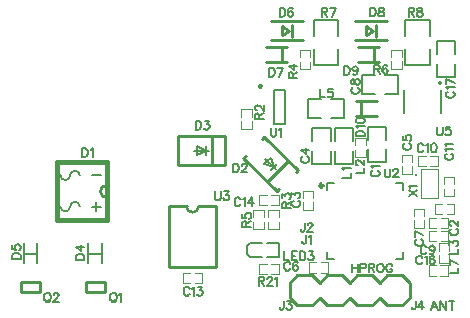
<source format=gto>
G04 Layer: TopSilkLayer*
G04 EasyEDA v6.3.22, 2020-02-03T21:01:26+03:00*
G04 c6d23c78c2874b16bdfd2071edabb350,ca54920fb7ea4c169f3d1b618bee327e,10*
G04 Gerber Generator version 0.2*
G04 Scale: 100 percent, Rotated: No, Reflected: No *
G04 Dimensions in inches *
G04 leading zeros omitted , absolute positions ,2 integer and 4 decimal *
%FSLAX24Y24*%
%MOIN*%
G90*
G70D02*

%ADD10C,0.010000*%
%ADD12C,0.006000*%
%ADD43C,0.003937*%
%ADD44C,0.004000*%
%ADD45C,0.005000*%
%ADD46C,0.005900*%
%ADD47C,0.007874*%
%ADD48C,0.007900*%
%ADD49C,0.005080*%
%ADD50C,0.015240*%
%ADD51C,0.007870*%
%ADD52C,0.011811*%
%ADD53C,0.009800*%

%LPD*%
G54D43*
G01X13705Y3827D02*
G01X13705Y4772D01*
G54D44*
G01X14296Y4772D02*
G01X14296Y3827D01*
G01X14296Y3827D02*
G01X13705Y3827D01*
G01X13705Y4772D02*
G01X14296Y4772D01*
G01X14819Y4273D02*
G01X14819Y4523D01*
G01X14480Y4523D01*
G01X14480Y4313D01*
G01X14480Y4273D01*
G01X14480Y4123D02*
G01X14480Y3882D01*
G01X14819Y3882D01*
G01X14819Y4092D01*
G01X14819Y4123D01*
G01X13480Y3076D02*
G01X13480Y2826D01*
G01X13819Y2826D01*
G01X13819Y3036D01*
G01X13819Y3076D01*
G01X13819Y3226D02*
G01X13819Y3467D01*
G01X13480Y3467D01*
G01X13480Y3257D01*
G01X13480Y3226D01*
G01X14427Y3619D02*
G01X14177Y3619D01*
G01X14177Y3280D01*
G01X14386Y3280D01*
G01X14427Y3280D01*
G01X14577Y3280D02*
G01X14817Y3280D01*
G01X14817Y3619D01*
G01X14606Y3619D01*
G01X14577Y3619D01*
G01X11869Y5573D02*
G01X11869Y5823D01*
G01X11530Y5823D01*
G01X11530Y5613D01*
G01X11530Y5573D01*
G01X11530Y5423D02*
G01X11530Y5182D01*
G01X11869Y5182D01*
G01X11869Y5392D01*
G01X11869Y5423D01*
G01X14022Y4880D02*
G01X14272Y4880D01*
G01X14272Y5219D01*
G01X14063Y5219D01*
G01X14022Y5219D01*
G01X13872Y5219D02*
G01X13632Y5219D01*
G01X13632Y4880D01*
G01X13843Y4880D01*
G01X13872Y4880D01*
G01X13080Y4876D02*
G01X13080Y4626D01*
G01X13419Y4626D01*
G01X13419Y4836D01*
G01X13419Y4876D01*
G01X13419Y5026D02*
G01X13419Y5267D01*
G01X13080Y5267D01*
G01X13080Y5057D01*
G01X13080Y5026D01*
G01X10372Y1330D02*
G01X10622Y1330D01*
G01X10622Y1669D01*
G01X10413Y1669D01*
G01X10372Y1669D01*
G01X10222Y1669D02*
G01X9982Y1669D01*
G01X9982Y1330D01*
G01X10193Y1330D01*
G01X10222Y1330D01*
G01X9780Y3676D02*
G01X9780Y3426D01*
G01X10119Y3426D01*
G01X10119Y3636D01*
G01X10119Y3676D01*
G01X10119Y3826D02*
G01X10119Y4067D01*
G01X9780Y4067D01*
G01X9780Y3857D01*
G01X9780Y3826D01*
G01X14369Y2809D02*
G01X14619Y2809D01*
G01X14619Y3150D01*
G01X14410Y3150D01*
G01X14369Y3150D01*
G01X14219Y3150D02*
G01X13980Y3150D01*
G01X13980Y2809D01*
G01X14189Y2809D01*
G01X14219Y2809D01*
G54D10*
G01X10349Y1000D02*
G01X10599Y1250D01*
G01X11099Y1250D01*
G01X11349Y1000D01*
G01X11349Y500D02*
G01X11599Y250D01*
G01X12099Y250D01*
G01X12349Y500D01*
G01X11349Y1000D02*
G01X11599Y1250D01*
G01X12099Y1250D01*
G01X12349Y1000D01*
G01X9350Y500D02*
G01X9350Y1000D01*
G01X12349Y500D02*
G01X12599Y250D01*
G01X13099Y250D01*
G01X13349Y500D01*
G01X12349Y1000D02*
G01X12599Y1250D01*
G01X13099Y1250D01*
G01X13349Y1000D01*
G01X13349Y500D02*
G01X13349Y1000D01*
G01X9349Y500D02*
G01X9599Y250D01*
G01X10099Y250D01*
G01X10349Y500D01*
G01X9349Y1000D02*
G01X9599Y1250D01*
G01X10099Y1250D01*
G01X10349Y1000D01*
G01X10349Y500D02*
G01X10599Y250D01*
G01X11099Y250D01*
G01X11349Y500D01*
G01X5310Y1530D02*
G01X5310Y3537D01*
G01X5311Y1527D02*
G01X6886Y1527D01*
G01X6889Y1527D02*
G01X6889Y3535D01*
G01X5309Y3540D02*
G01X5900Y3540D01*
G01X6299Y3540D02*
G01X6889Y3540D01*
G54D45*
G01X8525Y5124D02*
G01X8878Y4771D01*
G01X8596Y5053D02*
G01X8489Y4947D01*
G01X8489Y4947D02*
G01X8808Y4841D01*
G01X8808Y4841D02*
G01X8702Y4735D01*
G01X8596Y5053D02*
G01X8702Y5160D01*
G01X8702Y5160D02*
G01X8808Y4841D01*
G01X8808Y4841D02*
G01X8914Y4947D01*
G54D10*
G01X7797Y5156D02*
G01X7867Y5225D01*
G01X8424Y5782D02*
G01X8493Y5852D01*
G01X8910Y4043D02*
G01X7797Y5156D01*
G01X8910Y4043D02*
G01X8980Y4113D01*
G01X9536Y4669D02*
G01X9606Y4739D01*
G01X8493Y5852D02*
G01X9606Y4739D01*
G01X9286Y5056D02*
G01X8593Y4363D01*
G54D44*
G01X6172Y980D02*
G01X6422Y980D01*
G01X6422Y1319D01*
G01X6213Y1319D01*
G01X6172Y1319D01*
G01X6022Y1319D02*
G01X5782Y1319D01*
G01X5782Y980D01*
G01X5993Y980D01*
G01X6022Y980D01*
G54D45*
G01X6152Y5400D02*
G01X6652Y5400D01*
G01X6252Y5400D02*
G01X6252Y5250D01*
G01X6252Y5250D02*
G01X6552Y5400D01*
G01X6552Y5400D02*
G01X6552Y5250D01*
G01X6252Y5400D02*
G01X6252Y5550D01*
G01X6252Y5550D02*
G01X6552Y5400D01*
G01X6552Y5400D02*
G01X6552Y5550D01*
G54D10*
G01X7189Y5892D02*
G01X7189Y4907D01*
G01X7189Y4907D02*
G01X5615Y4907D01*
G01X5615Y4907D02*
G01X5615Y5892D01*
G01X5615Y5892D02*
G01X7189Y5892D01*
G01X6739Y5890D02*
G01X6739Y4909D01*
G54D44*
G01X8722Y3580D02*
G01X8972Y3580D01*
G01X8972Y3919D01*
G01X8763Y3919D01*
G01X8722Y3919D01*
G01X8572Y3919D02*
G01X8332Y3919D01*
G01X8332Y3580D01*
G01X8543Y3580D01*
G01X8572Y3580D01*
G54D46*
G01X8575Y1859D02*
G01X8994Y1859D01*
G01X8994Y2329D01*
G01X8575Y2329D01*
G54D12*
G01X8014Y1859D02*
G01X8000Y1864D01*
G01X7905Y1959D01*
G01X7905Y2229D01*
G01X8005Y2329D01*
G01X8014Y1859D02*
G01X8414Y1859D01*
G01X8005Y2329D02*
G01X8414Y2329D01*
G54D44*
G01X8577Y1619D02*
G01X8327Y1619D01*
G01X8327Y1280D01*
G01X8536Y1280D01*
G01X8577Y1280D01*
G01X8727Y1280D02*
G01X8967Y1280D01*
G01X8967Y1619D01*
G01X8756Y1619D01*
G01X8727Y1619D01*
G01X8069Y6523D02*
G01X8069Y6773D01*
G01X7730Y6773D01*
G01X7730Y6563D01*
G01X7730Y6523D01*
G01X7730Y6373D02*
G01X7730Y6132D01*
G01X8069Y6132D01*
G01X8069Y6342D01*
G01X8069Y6373D01*
G01X8469Y3173D02*
G01X8469Y3423D01*
G01X8130Y3423D01*
G01X8130Y3213D01*
G01X8130Y3173D01*
G01X8130Y3023D02*
G01X8130Y2782D01*
G01X8469Y2782D01*
G01X8469Y2992D01*
G01X8469Y3023D01*
G54D47*
G01X12873Y1790D02*
G01X13110Y1790D01*
G01X13110Y2026D01*
G01X10826Y1790D02*
G01X10590Y1790D01*
G01X10590Y2026D01*
G01X10590Y4073D02*
G01X10590Y4309D01*
G01X10826Y4309D01*
G01X12873Y4309D02*
G01X13110Y4309D01*
G01X13110Y4073D01*
G01X10714Y5392D02*
G01X10714Y4959D01*
G01X10085Y4959D01*
G01X10085Y5392D01*
G01X10714Y5707D02*
G01X10714Y6140D01*
G01X10321Y6140D01*
G01X10085Y6140D01*
G01X10085Y5707D01*
G01X11935Y5757D02*
G01X11935Y6190D01*
G01X12564Y6190D01*
G01X12564Y5757D01*
G01X11935Y5442D02*
G01X11935Y5009D01*
G01X12328Y5009D01*
G01X12564Y5009D01*
G01X12564Y5442D01*
G01X10835Y5707D02*
G01X10835Y6140D01*
G01X11464Y6140D01*
G01X11464Y5707D01*
G01X10835Y5392D02*
G01X10835Y4959D01*
G01X11228Y4959D01*
G01X11464Y4959D01*
G01X11464Y5392D01*
G54D44*
G01X14300Y1917D02*
G01X14300Y1667D01*
G01X14639Y1667D01*
G01X14639Y1876D01*
G01X14639Y1917D01*
G01X14639Y2067D02*
G01X14639Y2307D01*
G01X14300Y2307D01*
G01X14300Y2096D01*
G01X14300Y2067D01*
G01X14227Y2719D02*
G01X13977Y2719D01*
G01X13977Y2380D01*
G01X14186Y2380D01*
G01X14227Y2380D01*
G01X14377Y2380D02*
G01X14617Y2380D01*
G01X14617Y2719D01*
G01X14406Y2719D01*
G01X14377Y2719D01*
G01X14363Y1230D02*
G01X14613Y1230D01*
G01X14613Y1569D01*
G01X14402Y1569D01*
G01X14363Y1569D01*
G01X14213Y1569D02*
G01X13972Y1569D01*
G01X13972Y1230D01*
G01X14182Y1230D01*
G01X14213Y1230D01*
G54D48*
G01X8832Y6278D02*
G01X9167Y6278D01*
G01X9167Y7421D01*
G01X8832Y7421D01*
G01X8832Y6278D01*
G54D49*
G01X3059Y4569D02*
G01X2739Y4569D01*
G01X3059Y3530D02*
G01X2739Y3530D01*
G01X2898Y3690D02*
G01X2898Y3369D01*
G54D50*
G01X1578Y5030D02*
G01X1578Y3069D01*
G01X1578Y3069D02*
G01X3259Y3069D01*
G01X3259Y3069D02*
G01X3259Y5030D01*
G01X3259Y5030D02*
G01X1578Y5030D01*
G54D48*
G01X2632Y1940D02*
G01X3067Y1940D01*
G01X2632Y1665D02*
G01X2632Y2334D01*
G01X3067Y1665D02*
G01X3067Y2334D01*
G01X482Y1940D02*
G01X917Y1940D01*
G01X482Y1665D02*
G01X482Y2334D01*
G01X917Y1665D02*
G01X917Y2334D01*
G54D10*
G01X2538Y1011D02*
G01X3168Y1011D01*
G01X3168Y1011D02*
G01X3168Y696D01*
G01X3165Y692D02*
G01X2535Y692D01*
G01X2535Y692D02*
G01X2535Y1007D01*
G01X388Y1011D02*
G01X1018Y1011D01*
G01X1018Y1011D02*
G01X1018Y696D01*
G01X1015Y692D02*
G01X385Y692D01*
G01X385Y692D02*
G01X385Y1007D01*
G54D44*
G01X9680Y8357D02*
G01X9680Y8107D01*
G01X10019Y8107D01*
G01X10019Y8317D01*
G01X10019Y8357D01*
G01X10019Y8507D02*
G01X10019Y8746D01*
G01X9680Y8746D01*
G01X9680Y8536D01*
G01X9680Y8507D01*
G01X12730Y8376D02*
G01X12730Y8126D01*
G01X13069Y8126D01*
G01X13069Y8336D01*
G01X13069Y8376D01*
G01X13069Y8526D02*
G01X13069Y8767D01*
G01X12730Y8767D01*
G01X12730Y8557D01*
G01X12730Y8526D01*
G54D47*
G01X14864Y8292D02*
G01X14864Y7859D01*
G01X14235Y7859D01*
G01X14235Y8292D01*
G01X14864Y8607D02*
G01X14864Y9040D01*
G01X14471Y9040D01*
G01X14235Y9040D01*
G01X14235Y8607D01*
G54D51*
G01X14007Y9218D02*
G01X14007Y9738D01*
G01X13192Y9738D01*
G01X13192Y9218D01*
G01X14007Y8772D02*
G01X14007Y8253D01*
G01X13192Y8253D01*
G01X13192Y8772D01*
G54D10*
G01X9319Y9400D02*
G01X9089Y9240D01*
G01X9089Y9240D02*
G01X9089Y9559D01*
G01X9089Y9559D02*
G01X9319Y9400D01*
G01X9780Y9090D02*
G01X8719Y9090D01*
G01X8719Y9709D02*
G01X9780Y9709D01*
G01X9410Y9200D02*
G01X9410Y9600D01*
G01X12119Y9400D02*
G01X11889Y9240D01*
G01X11889Y9240D02*
G01X11889Y9559D01*
G01X11889Y9559D02*
G01X12119Y9400D01*
G01X12580Y9090D02*
G01X11519Y9090D01*
G01X11519Y9709D02*
G01X12580Y9709D01*
G01X12210Y9200D02*
G01X12210Y9600D01*
G01X8550Y8860D02*
G01X8700Y8860D01*
G01X8700Y8860D02*
G01X9250Y8860D01*
G01X8550Y8340D02*
G01X8700Y8340D01*
G01X8700Y8340D02*
G01X9250Y8340D01*
G01X9096Y8836D02*
G01X9096Y8355D01*
G01X11600Y8860D02*
G01X11750Y8860D01*
G01X11750Y8860D02*
G01X12300Y8860D01*
G01X11600Y8340D02*
G01X11750Y8340D01*
G01X11750Y8340D02*
G01X12300Y8340D01*
G01X12146Y8836D02*
G01X12146Y8355D01*
G54D44*
G01X8630Y3026D02*
G01X8630Y2776D01*
G01X8969Y2776D01*
G01X8969Y2986D01*
G01X8969Y3026D01*
G01X8969Y3176D02*
G01X8969Y3417D01*
G01X8630Y3417D01*
G01X8630Y3207D01*
G01X8630Y3176D01*
G54D47*
G01X12192Y7284D02*
G01X11759Y7284D01*
G01X11759Y7915D01*
G01X12192Y7915D01*
G01X12507Y7284D02*
G01X12940Y7284D01*
G01X12940Y7678D01*
G01X12940Y7915D01*
G01X12507Y7915D01*
G54D51*
G01X10957Y9218D02*
G01X10957Y9738D01*
G01X10142Y9738D01*
G01X10142Y9218D01*
G01X10957Y8772D02*
G01X10957Y8253D01*
G01X10142Y8253D01*
G01X10142Y8772D01*
G54D47*
G01X10392Y6484D02*
G01X9959Y6484D01*
G01X9959Y7115D01*
G01X10392Y7115D01*
G01X10707Y6484D02*
G01X11140Y6484D01*
G01X11140Y6878D01*
G01X11140Y7115D01*
G01X10707Y7115D01*
G54D10*
G01X12250Y6539D02*
G01X12100Y6539D01*
G01X12100Y6539D02*
G01X11550Y6539D01*
G01X12250Y7059D02*
G01X12100Y7059D01*
G01X12100Y7059D02*
G01X11550Y7059D01*
G01X11703Y6563D02*
G01X11703Y7044D01*
G54D47*
G01X14393Y6651D02*
G01X14393Y7041D01*
G01X13134Y6651D02*
G01X13134Y7041D01*
G01X13134Y7041D02*
G01X13134Y7431D01*
G01X14393Y7041D02*
G01X14393Y7431D01*
G54D12*
G01X13310Y3877D02*
G01X13597Y4068D01*
G01X13310Y4068D02*
G01X13597Y3877D01*
G01X13365Y4158D02*
G01X13351Y4185D01*
G01X13310Y4226D01*
G01X13597Y4226D01*
G01X14580Y5298D02*
G01X14552Y5284D01*
G01X14525Y5257D01*
G01X14510Y5230D01*
G01X14510Y5176D01*
G01X14525Y5148D01*
G01X14552Y5121D01*
G01X14580Y5107D01*
G01X14619Y5094D01*
G01X14689Y5094D01*
G01X14730Y5107D01*
G01X14756Y5121D01*
G01X14784Y5148D01*
G01X14797Y5176D01*
G01X14797Y5230D01*
G01X14784Y5257D01*
G01X14756Y5284D01*
G01X14730Y5298D01*
G01X14565Y5388D02*
G01X14552Y5415D01*
G01X14510Y5457D01*
G01X14797Y5457D01*
G01X14565Y5546D02*
G01X14552Y5573D01*
G01X14510Y5615D01*
G01X14797Y5615D01*
G01X13580Y2436D02*
G01X13552Y2423D01*
G01X13525Y2396D01*
G01X13510Y2367D01*
G01X13510Y2313D01*
G01X13525Y2286D01*
G01X13552Y2259D01*
G01X13580Y2246D01*
G01X13619Y2232D01*
G01X13689Y2232D01*
G01X13730Y2246D01*
G01X13756Y2259D01*
G01X13784Y2286D01*
G01X13797Y2313D01*
G01X13797Y2367D01*
G01X13784Y2396D01*
G01X13756Y2423D01*
G01X13730Y2436D01*
G01X13510Y2717D02*
G01X13797Y2580D01*
G01X13510Y2526D02*
G01X13510Y2717D01*
G01X14730Y2786D02*
G01X14702Y2773D01*
G01X14675Y2746D01*
G01X14660Y2717D01*
G01X14660Y2663D01*
G01X14675Y2636D01*
G01X14702Y2609D01*
G01X14730Y2596D01*
G01X14769Y2582D01*
G01X14839Y2582D01*
G01X14880Y2596D01*
G01X14906Y2609D01*
G01X14934Y2636D01*
G01X14947Y2663D01*
G01X14947Y2717D01*
G01X14934Y2746D01*
G01X14906Y2773D01*
G01X14880Y2786D01*
G01X14730Y2890D02*
G01X14715Y2890D01*
G01X14689Y2903D01*
G01X14675Y2917D01*
G01X14660Y2944D01*
G01X14660Y2998D01*
G01X14675Y3026D01*
G01X14689Y3040D01*
G01X14715Y3053D01*
G01X14743Y3053D01*
G01X14769Y3040D01*
G01X14810Y3013D01*
G01X14947Y2876D01*
G01X14947Y3067D01*
G01X11535Y4649D02*
G01X11822Y4649D01*
G01X11822Y4649D02*
G01X11822Y4813D01*
G01X11605Y4916D02*
G01X11590Y4916D01*
G01X11564Y4930D01*
G01X11550Y4944D01*
G01X11535Y4971D01*
G01X11535Y5025D01*
G01X11550Y5053D01*
G01X11564Y5066D01*
G01X11590Y5080D01*
G01X11618Y5080D01*
G01X11644Y5066D01*
G01X11685Y5039D01*
G01X11822Y4903D01*
G01X11822Y5094D01*
G01X13805Y5569D02*
G01X13790Y5598D01*
G01X13764Y5625D01*
G01X13735Y5638D01*
G01X13681Y5638D01*
G01X13655Y5625D01*
G01X13627Y5598D01*
G01X13614Y5569D01*
G01X13600Y5530D01*
G01X13600Y5461D01*
G01X13614Y5419D01*
G01X13627Y5392D01*
G01X13655Y5365D01*
G01X13681Y5351D01*
G01X13735Y5351D01*
G01X13764Y5365D01*
G01X13790Y5392D01*
G01X13805Y5419D01*
G01X13894Y5584D02*
G01X13922Y5598D01*
G01X13963Y5638D01*
G01X13963Y5351D01*
G01X14135Y5638D02*
G01X14093Y5625D01*
G01X14065Y5584D01*
G01X14052Y5515D01*
G01X14052Y5475D01*
G01X14065Y5407D01*
G01X14093Y5365D01*
G01X14135Y5351D01*
G01X14161Y5351D01*
G01X14202Y5365D01*
G01X14230Y5407D01*
G01X14243Y5475D01*
G01X14243Y5515D01*
G01X14230Y5584D01*
G01X14202Y5625D01*
G01X14161Y5638D01*
G01X14135Y5638D01*
G01X13180Y5636D02*
G01X13152Y5623D01*
G01X13125Y5596D01*
G01X13110Y5567D01*
G01X13110Y5513D01*
G01X13125Y5486D01*
G01X13152Y5459D01*
G01X13180Y5446D01*
G01X13219Y5432D01*
G01X13289Y5432D01*
G01X13330Y5446D01*
G01X13356Y5459D01*
G01X13384Y5486D01*
G01X13397Y5513D01*
G01X13397Y5567D01*
G01X13384Y5596D01*
G01X13356Y5623D01*
G01X13330Y5636D01*
G01X13110Y5890D02*
G01X13110Y5753D01*
G01X13234Y5740D01*
G01X13219Y5753D01*
G01X13206Y5794D01*
G01X13206Y5836D01*
G01X13219Y5876D01*
G01X13247Y5903D01*
G01X13289Y5917D01*
G01X13315Y5917D01*
G01X13356Y5903D01*
G01X13384Y5876D01*
G01X13397Y5836D01*
G01X13397Y5794D01*
G01X13384Y5753D01*
G01X13369Y5740D01*
G01X13343Y5726D01*
G01X9355Y1619D02*
G01X9340Y1648D01*
G01X9314Y1675D01*
G01X9285Y1688D01*
G01X9231Y1688D01*
G01X9205Y1675D01*
G01X9177Y1648D01*
G01X9164Y1619D01*
G01X9150Y1580D01*
G01X9150Y1511D01*
G01X9164Y1469D01*
G01X9177Y1442D01*
G01X9205Y1415D01*
G01X9231Y1401D01*
G01X9285Y1401D01*
G01X9314Y1415D01*
G01X9340Y1442D01*
G01X9355Y1469D01*
G01X9607Y1648D02*
G01X9594Y1675D01*
G01X9553Y1688D01*
G01X9526Y1688D01*
G01X9485Y1675D01*
G01X9457Y1634D01*
G01X9444Y1565D01*
G01X9444Y1498D01*
G01X9457Y1442D01*
G01X9485Y1415D01*
G01X9526Y1401D01*
G01X9539Y1401D01*
G01X9581Y1415D01*
G01X9607Y1442D01*
G01X9622Y1484D01*
G01X9622Y1498D01*
G01X9607Y1538D01*
G01X9581Y1565D01*
G01X9539Y1580D01*
G01X9526Y1580D01*
G01X9485Y1565D01*
G01X9457Y1538D01*
G01X9444Y1498D01*
G01X9468Y3719D02*
G01X9440Y3705D01*
G01X9413Y3678D01*
G01X9399Y3650D01*
G01X9399Y3596D01*
G01X9413Y3569D01*
G01X9440Y3541D01*
G01X9468Y3528D01*
G01X9508Y3514D01*
G01X9577Y3514D01*
G01X9618Y3528D01*
G01X9645Y3541D01*
G01X9672Y3569D01*
G01X9686Y3596D01*
G01X9686Y3650D01*
G01X9672Y3678D01*
G01X9645Y3705D01*
G01X9618Y3719D01*
G01X9399Y3836D02*
G01X9399Y3986D01*
G01X9508Y3904D01*
G01X9508Y3945D01*
G01X9522Y3972D01*
G01X9536Y3986D01*
G01X9577Y3999D01*
G01X9604Y3999D01*
G01X9645Y3986D01*
G01X9672Y3959D01*
G01X9686Y3918D01*
G01X9686Y3877D01*
G01X9672Y3836D01*
G01X9658Y3822D01*
G01X9631Y3809D01*
G01X14660Y1955D02*
G01X14947Y1955D01*
G01X14947Y1955D02*
G01X14947Y2119D01*
G01X14660Y2236D02*
G01X14660Y2386D01*
G01X14769Y2305D01*
G01X14769Y2346D01*
G01X14784Y2373D01*
G01X14797Y2386D01*
G01X14839Y2401D01*
G01X14865Y2401D01*
G01X14906Y2386D01*
G01X14934Y2359D01*
G01X14947Y2319D01*
G01X14947Y2278D01*
G01X14934Y2236D01*
G01X14919Y2223D01*
G01X14893Y2209D01*
G01X11410Y1630D02*
G01X11410Y1342D01*
G01X11601Y1630D02*
G01X11601Y1342D01*
G01X11410Y1492D02*
G01X11601Y1492D01*
G01X11690Y1630D02*
G01X11690Y1342D01*
G01X11690Y1630D02*
G01X11814Y1630D01*
G01X11855Y1615D01*
G01X11868Y1601D01*
G01X11881Y1575D01*
G01X11881Y1534D01*
G01X11868Y1507D01*
G01X11855Y1492D01*
G01X11814Y1480D01*
G01X11690Y1480D01*
G01X11972Y1630D02*
G01X11972Y1342D01*
G01X11972Y1630D02*
G01X12094Y1630D01*
G01X12135Y1615D01*
G01X12148Y1601D01*
G01X12163Y1575D01*
G01X12163Y1548D01*
G01X12148Y1521D01*
G01X12135Y1507D01*
G01X12094Y1492D01*
G01X11972Y1492D01*
G01X12067Y1492D02*
G01X12163Y1342D01*
G01X12335Y1630D02*
G01X12306Y1615D01*
G01X12280Y1588D01*
G01X12265Y1561D01*
G01X12252Y1521D01*
G01X12252Y1451D01*
G01X12265Y1411D01*
G01X12280Y1384D01*
G01X12306Y1357D01*
G01X12335Y1342D01*
G01X12389Y1342D01*
G01X12415Y1357D01*
G01X12443Y1384D01*
G01X12456Y1411D01*
G01X12471Y1451D01*
G01X12471Y1521D01*
G01X12456Y1561D01*
G01X12443Y1588D01*
G01X12415Y1615D01*
G01X12389Y1630D01*
G01X12335Y1630D01*
G01X12764Y1561D02*
G01X12752Y1588D01*
G01X12725Y1615D01*
G01X12697Y1630D01*
G01X12643Y1630D01*
G01X12614Y1615D01*
G01X12588Y1588D01*
G01X12575Y1561D01*
G01X12560Y1521D01*
G01X12560Y1451D01*
G01X12575Y1411D01*
G01X12588Y1384D01*
G01X12614Y1357D01*
G01X12643Y1342D01*
G01X12697Y1342D01*
G01X12725Y1357D01*
G01X12752Y1384D01*
G01X12764Y1411D01*
G01X12764Y1451D01*
G01X12697Y1451D02*
G01X12764Y1451D01*
G01X6850Y4038D02*
G01X6850Y3834D01*
G01X6864Y3792D01*
G01X6890Y3765D01*
G01X6931Y3751D01*
G01X6959Y3751D01*
G01X7000Y3765D01*
G01X7027Y3792D01*
G01X7040Y3834D01*
G01X7040Y4038D01*
G01X7157Y4038D02*
G01X7307Y4038D01*
G01X7227Y3930D01*
G01X7268Y3930D01*
G01X7294Y3915D01*
G01X7307Y3901D01*
G01X7322Y3861D01*
G01X7322Y3834D01*
G01X7307Y3792D01*
G01X7281Y3765D01*
G01X7239Y3751D01*
G01X7198Y3751D01*
G01X7157Y3765D01*
G01X7144Y3780D01*
G01X7131Y3807D01*
G01X7450Y4963D02*
G01X7450Y4676D01*
G01X7450Y4963D02*
G01X7545Y4963D01*
G01X7586Y4950D01*
G01X7613Y4923D01*
G01X7627Y4894D01*
G01X7641Y4855D01*
G01X7641Y4786D01*
G01X7627Y4744D01*
G01X7613Y4717D01*
G01X7586Y4690D01*
G01X7545Y4676D01*
G01X7450Y4676D01*
G01X7744Y4894D02*
G01X7744Y4909D01*
G01X7758Y4936D01*
G01X7772Y4950D01*
G01X7799Y4963D01*
G01X7853Y4963D01*
G01X7881Y4950D01*
G01X7894Y4936D01*
G01X7908Y4909D01*
G01X7908Y4882D01*
G01X7894Y4855D01*
G01X7867Y4813D01*
G01X7731Y4676D01*
G01X7922Y4676D01*
G01X6005Y780D02*
G01X5990Y809D01*
G01X5964Y836D01*
G01X5935Y850D01*
G01X5881Y850D01*
G01X5855Y836D01*
G01X5827Y809D01*
G01X5814Y780D01*
G01X5800Y740D01*
G01X5800Y671D01*
G01X5814Y630D01*
G01X5827Y603D01*
G01X5855Y576D01*
G01X5881Y563D01*
G01X5935Y563D01*
G01X5964Y576D01*
G01X5990Y603D01*
G01X6005Y630D01*
G01X6094Y794D02*
G01X6122Y809D01*
G01X6163Y850D01*
G01X6163Y563D01*
G01X6280Y850D02*
G01X6430Y850D01*
G01X6347Y740D01*
G01X6389Y740D01*
G01X6415Y726D01*
G01X6430Y713D01*
G01X6443Y671D01*
G01X6443Y644D01*
G01X6430Y603D01*
G01X6402Y576D01*
G01X6361Y563D01*
G01X6321Y563D01*
G01X6280Y576D01*
G01X6265Y590D01*
G01X6252Y617D01*
G01X6200Y6388D02*
G01X6200Y6101D01*
G01X6200Y6388D02*
G01X6294Y6388D01*
G01X6335Y6375D01*
G01X6364Y6348D01*
G01X6377Y6319D01*
G01X6390Y6280D01*
G01X6390Y6211D01*
G01X6377Y6169D01*
G01X6364Y6142D01*
G01X6335Y6115D01*
G01X6294Y6101D01*
G01X6200Y6101D01*
G01X6507Y6388D02*
G01X6657Y6388D01*
G01X6576Y6280D01*
G01X6617Y6280D01*
G01X6644Y6265D01*
G01X6657Y6251D01*
G01X6672Y6211D01*
G01X6672Y6184D01*
G01X6657Y6142D01*
G01X6631Y6115D01*
G01X6589Y6101D01*
G01X6548Y6101D01*
G01X6507Y6115D01*
G01X6494Y6130D01*
G01X6481Y6157D01*
G01X7705Y3769D02*
G01X7690Y3798D01*
G01X7664Y3825D01*
G01X7635Y3838D01*
G01X7581Y3838D01*
G01X7555Y3825D01*
G01X7527Y3798D01*
G01X7514Y3769D01*
G01X7500Y3730D01*
G01X7500Y3661D01*
G01X7514Y3619D01*
G01X7527Y3592D01*
G01X7555Y3565D01*
G01X7581Y3551D01*
G01X7635Y3551D01*
G01X7664Y3565D01*
G01X7690Y3592D01*
G01X7705Y3619D01*
G01X7794Y3784D02*
G01X7822Y3798D01*
G01X7863Y3838D01*
G01X7863Y3551D01*
G01X8089Y3838D02*
G01X7952Y3648D01*
G01X8156Y3648D01*
G01X8089Y3838D02*
G01X8089Y3551D01*
G01X9150Y2038D02*
G01X9150Y1751D01*
G01X9150Y1751D02*
G01X9314Y1751D01*
G01X9403Y2038D02*
G01X9403Y1751D01*
G01X9403Y2038D02*
G01X9581Y2038D01*
G01X9403Y1901D02*
G01X9513Y1901D01*
G01X9403Y1751D02*
G01X9581Y1751D01*
G01X9671Y2038D02*
G01X9671Y1751D01*
G01X9671Y2038D02*
G01X9765Y2038D01*
G01X9806Y2025D01*
G01X9835Y1998D01*
G01X9847Y1969D01*
G01X9861Y1930D01*
G01X9861Y1861D01*
G01X9847Y1819D01*
G01X9835Y1792D01*
G01X9806Y1765D01*
G01X9765Y1751D01*
G01X9671Y1751D01*
G01X9978Y2038D02*
G01X10128Y2038D01*
G01X10047Y1930D01*
G01X10088Y1930D01*
G01X10114Y1915D01*
G01X10128Y1901D01*
G01X10143Y1861D01*
G01X10143Y1834D01*
G01X10128Y1792D01*
G01X10102Y1765D01*
G01X10060Y1751D01*
G01X10019Y1751D01*
G01X9978Y1765D01*
G01X9964Y1780D01*
G01X9952Y1807D01*
G01X8300Y1188D02*
G01X8300Y901D01*
G01X8300Y1188D02*
G01X8422Y1188D01*
G01X8464Y1175D01*
G01X8477Y1161D01*
G01X8490Y1134D01*
G01X8490Y1107D01*
G01X8477Y1080D01*
G01X8464Y1065D01*
G01X8422Y1051D01*
G01X8300Y1051D01*
G01X8394Y1051D02*
G01X8490Y901D01*
G01X8594Y1119D02*
G01X8594Y1134D01*
G01X8607Y1161D01*
G01X8622Y1175D01*
G01X8648Y1188D01*
G01X8703Y1188D01*
G01X8731Y1175D01*
G01X8744Y1161D01*
G01X8757Y1134D01*
G01X8757Y1107D01*
G01X8744Y1080D01*
G01X8717Y1038D01*
G01X8581Y901D01*
G01X8772Y901D01*
G01X8861Y1134D02*
G01X8889Y1148D01*
G01X8930Y1188D01*
G01X8930Y901D01*
G01X8189Y6453D02*
G01X8477Y6453D01*
G01X8189Y6453D02*
G01X8189Y6576D01*
G01X8203Y6617D01*
G01X8218Y6630D01*
G01X8244Y6644D01*
G01X8272Y6644D01*
G01X8298Y6630D01*
G01X8313Y6617D01*
G01X8327Y6576D01*
G01X8327Y6453D01*
G01X8327Y6548D02*
G01X8477Y6644D01*
G01X8259Y6748D02*
G01X8244Y6748D01*
G01X8218Y6761D01*
G01X8203Y6775D01*
G01X8189Y6801D01*
G01X8189Y6857D01*
G01X8203Y6884D01*
G01X8218Y6898D01*
G01X8244Y6911D01*
G01X8272Y6911D01*
G01X8298Y6898D01*
G01X8339Y6869D01*
G01X8477Y6734D01*
G01X8477Y6925D01*
G01X7760Y2846D02*
G01X8047Y2846D01*
G01X7760Y2846D02*
G01X7760Y2969D01*
G01X7775Y3011D01*
G01X7789Y3023D01*
G01X7815Y3038D01*
G01X7843Y3038D01*
G01X7869Y3023D01*
G01X7884Y3011D01*
G01X7897Y2969D01*
G01X7897Y2846D01*
G01X7897Y2942D02*
G01X8047Y3038D01*
G01X7760Y3292D02*
G01X7760Y3155D01*
G01X7884Y3142D01*
G01X7869Y3155D01*
G01X7856Y3196D01*
G01X7856Y3236D01*
G01X7869Y3278D01*
G01X7897Y3305D01*
G01X7939Y3319D01*
G01X7965Y3319D01*
G01X8006Y3305D01*
G01X8034Y3278D01*
G01X8047Y3236D01*
G01X8047Y3196D01*
G01X8034Y3155D01*
G01X8019Y3142D01*
G01X7993Y3128D01*
G01X12500Y4800D02*
G01X12500Y4596D01*
G01X12514Y4555D01*
G01X12540Y4527D01*
G01X12581Y4514D01*
G01X12609Y4514D01*
G01X12650Y4527D01*
G01X12677Y4555D01*
G01X12690Y4596D01*
G01X12690Y4800D01*
G01X12794Y4732D02*
G01X12794Y4746D01*
G01X12807Y4773D01*
G01X12822Y4786D01*
G01X12848Y4800D01*
G01X12903Y4800D01*
G01X12931Y4786D01*
G01X12944Y4773D01*
G01X12957Y4746D01*
G01X12957Y4718D01*
G01X12944Y4691D01*
G01X12917Y4650D01*
G01X12781Y4514D01*
G01X12972Y4514D01*
G01X9769Y5206D02*
G01X9741Y5192D01*
G01X9714Y5165D01*
G01X9700Y5137D01*
G01X9700Y5083D01*
G01X9714Y5056D01*
G01X9741Y5028D01*
G01X9769Y5015D01*
G01X9809Y5001D01*
G01X9878Y5001D01*
G01X9919Y5015D01*
G01X9946Y5028D01*
G01X9973Y5056D01*
G01X9987Y5083D01*
G01X9987Y5137D01*
G01X9973Y5165D01*
G01X9946Y5192D01*
G01X9919Y5206D01*
G01X9700Y5432D02*
G01X9891Y5296D01*
G01X9891Y5500D01*
G01X9700Y5432D02*
G01X9987Y5432D01*
G01X12119Y4742D02*
G01X12091Y4728D01*
G01X12064Y4701D01*
G01X12050Y4673D01*
G01X12050Y4619D01*
G01X12064Y4592D01*
G01X12091Y4563D01*
G01X12119Y4551D01*
G01X12159Y4536D01*
G01X12228Y4536D01*
G01X12269Y4551D01*
G01X12296Y4563D01*
G01X12323Y4592D01*
G01X12337Y4619D01*
G01X12337Y4673D01*
G01X12323Y4701D01*
G01X12296Y4728D01*
G01X12269Y4742D01*
G01X12105Y4832D02*
G01X12091Y4859D01*
G01X12050Y4900D01*
G01X12337Y4900D01*
G01X11085Y4500D02*
G01X11372Y4500D01*
G01X11372Y4500D02*
G01X11372Y4663D01*
G01X11140Y4753D02*
G01X11127Y4780D01*
G01X11085Y4821D01*
G01X11372Y4821D01*
G01X14671Y1315D02*
G01X14957Y1315D01*
G01X14957Y1315D02*
G01X14957Y1480D01*
G01X14671Y1761D02*
G01X14957Y1623D01*
G01X14671Y1569D02*
G01X14671Y1761D01*
G01X14159Y388D02*
G01X14050Y101D01*
G01X14159Y388D02*
G01X14268Y101D01*
G01X14090Y198D02*
G01X14227Y198D01*
G01X14357Y388D02*
G01X14357Y101D01*
G01X14357Y388D02*
G01X14548Y101D01*
G01X14548Y388D02*
G01X14548Y101D01*
G01X14735Y388D02*
G01X14735Y101D01*
G01X14639Y388D02*
G01X14830Y388D01*
G01X9885Y2588D02*
G01X9885Y2371D01*
G01X9872Y2330D01*
G01X9859Y2315D01*
G01X9831Y2301D01*
G01X9805Y2301D01*
G01X9777Y2315D01*
G01X9764Y2330D01*
G01X9750Y2371D01*
G01X9750Y2398D01*
G01X9976Y2534D02*
G01X10003Y2548D01*
G01X10044Y2588D01*
G01X10044Y2301D01*
G01X9835Y2988D02*
G01X9835Y2771D01*
G01X9822Y2730D01*
G01X9809Y2715D01*
G01X9781Y2701D01*
G01X9755Y2701D01*
G01X9727Y2715D01*
G01X9714Y2730D01*
G01X9700Y2771D01*
G01X9700Y2798D01*
G01X9939Y2921D02*
G01X9939Y2934D01*
G01X9953Y2961D01*
G01X9967Y2975D01*
G01X9994Y2988D01*
G01X10048Y2988D01*
G01X10076Y2975D01*
G01X10089Y2961D01*
G01X10103Y2934D01*
G01X10103Y2907D01*
G01X10089Y2880D01*
G01X10063Y2838D01*
G01X9926Y2701D01*
G01X10117Y2701D01*
G01X9135Y388D02*
G01X9135Y171D01*
G01X9122Y130D01*
G01X9109Y115D01*
G01X9081Y101D01*
G01X9055Y101D01*
G01X9027Y115D01*
G01X9014Y130D01*
G01X9000Y171D01*
G01X9000Y198D01*
G01X9253Y388D02*
G01X9403Y388D01*
G01X9322Y280D01*
G01X9363Y280D01*
G01X9389Y265D01*
G01X9403Y251D01*
G01X9417Y211D01*
G01X9417Y184D01*
G01X9403Y142D01*
G01X9376Y115D01*
G01X9335Y101D01*
G01X9294Y101D01*
G01X9253Y115D01*
G01X9239Y130D01*
G01X9226Y157D01*
G01X13535Y388D02*
G01X13535Y171D01*
G01X13522Y130D01*
G01X13509Y115D01*
G01X13481Y103D01*
G01X13455Y103D01*
G01X13427Y115D01*
G01X13414Y130D01*
G01X13400Y171D01*
G01X13400Y198D01*
G01X13763Y388D02*
G01X13626Y198D01*
G01X13831Y198D01*
G01X13763Y388D02*
G01X13763Y103D01*
G01X13905Y2169D02*
G01X13890Y2198D01*
G01X13864Y2225D01*
G01X13835Y2238D01*
G01X13781Y2238D01*
G01X13755Y2225D01*
G01X13727Y2198D01*
G01X13714Y2169D01*
G01X13700Y2130D01*
G01X13700Y2061D01*
G01X13714Y2019D01*
G01X13727Y1992D01*
G01X13755Y1965D01*
G01X13781Y1951D01*
G01X13835Y1951D01*
G01X13864Y1965D01*
G01X13890Y1992D01*
G01X13905Y2019D01*
G01X14172Y2142D02*
G01X14157Y2101D01*
G01X14131Y2075D01*
G01X14089Y2061D01*
G01X14076Y2061D01*
G01X14035Y2075D01*
G01X14007Y2101D01*
G01X13994Y2142D01*
G01X13994Y2157D01*
G01X14007Y2198D01*
G01X14035Y2225D01*
G01X14076Y2238D01*
G01X14089Y2238D01*
G01X14131Y2225D01*
G01X14157Y2198D01*
G01X14172Y2142D01*
G01X14172Y2075D01*
G01X14157Y2007D01*
G01X14131Y1965D01*
G01X14089Y1951D01*
G01X14063Y1951D01*
G01X14022Y1965D01*
G01X14007Y1992D01*
G01X13755Y1830D02*
G01X13740Y1859D01*
G01X13714Y1886D01*
G01X13685Y1900D01*
G01X13631Y1900D01*
G01X13605Y1886D01*
G01X13577Y1859D01*
G01X13564Y1830D01*
G01X13550Y1790D01*
G01X13550Y1721D01*
G01X13564Y1680D01*
G01X13577Y1653D01*
G01X13605Y1626D01*
G01X13631Y1613D01*
G01X13685Y1613D01*
G01X13714Y1626D01*
G01X13740Y1653D01*
G01X13755Y1680D01*
G01X13844Y1844D02*
G01X13872Y1859D01*
G01X13913Y1900D01*
G01X13913Y1613D01*
G01X14165Y1859D02*
G01X14152Y1886D01*
G01X14111Y1900D01*
G01X14085Y1900D01*
G01X14043Y1886D01*
G01X14015Y1844D01*
G01X14002Y1776D01*
G01X14002Y1709D01*
G01X14015Y1653D01*
G01X14043Y1626D01*
G01X14085Y1613D01*
G01X14097Y1613D01*
G01X14139Y1626D01*
G01X14165Y1653D01*
G01X14180Y1694D01*
G01X14180Y1709D01*
G01X14165Y1750D01*
G01X14139Y1776D01*
G01X14097Y1790D01*
G01X14085Y1790D01*
G01X14043Y1776D01*
G01X14015Y1750D01*
G01X14002Y1709D01*
G01X8700Y6150D02*
G01X8700Y5944D01*
G01X8714Y5903D01*
G01X8741Y5876D01*
G01X8782Y5863D01*
G01X8809Y5863D01*
G01X8850Y5876D01*
G01X8877Y5903D01*
G01X8891Y5944D01*
G01X8891Y6150D01*
G01X8981Y6094D02*
G01X9008Y6109D01*
G01X9049Y6150D01*
G01X9049Y5863D01*
G01X2418Y5478D02*
G01X2418Y5190D01*
G01X2418Y5478D02*
G01X2514Y5478D01*
G01X2555Y5463D01*
G01X2582Y5436D01*
G01X2596Y5409D01*
G01X2610Y5369D01*
G01X2610Y5300D01*
G01X2596Y5259D01*
G01X2582Y5232D01*
G01X2555Y5205D01*
G01X2514Y5190D01*
G01X2418Y5190D01*
G01X2700Y5423D02*
G01X2727Y5436D01*
G01X2768Y5478D01*
G01X2768Y5190D01*
G01X2200Y1765D02*
G01X2486Y1765D01*
G01X2200Y1765D02*
G01X2200Y1859D01*
G01X2214Y1901D01*
G01X2240Y1928D01*
G01X2268Y1942D01*
G01X2309Y1955D01*
G01X2377Y1955D01*
G01X2418Y1942D01*
G01X2446Y1928D01*
G01X2472Y1901D01*
G01X2486Y1859D01*
G01X2486Y1765D01*
G01X2200Y2182D02*
G01X2390Y2046D01*
G01X2390Y2250D01*
G01X2200Y2182D02*
G01X2486Y2182D01*
G01X86Y1800D02*
G01X373Y1800D01*
G01X86Y1800D02*
G01X86Y1894D01*
G01X100Y1936D01*
G01X126Y1963D01*
G01X155Y1976D01*
G01X194Y1990D01*
G01X263Y1990D01*
G01X305Y1976D01*
G01X332Y1963D01*
G01X359Y1936D01*
G01X373Y1894D01*
G01X373Y1800D01*
G01X86Y2244D02*
G01X86Y2107D01*
G01X209Y2094D01*
G01X194Y2107D01*
G01X182Y2148D01*
G01X182Y2190D01*
G01X194Y2230D01*
G01X223Y2257D01*
G01X263Y2271D01*
G01X290Y2271D01*
G01X332Y2257D01*
G01X359Y2230D01*
G01X373Y2190D01*
G01X373Y2148D01*
G01X359Y2107D01*
G01X344Y2094D01*
G01X317Y2080D01*
G01X3431Y650D02*
G01X3405Y636D01*
G01X3377Y609D01*
G01X3364Y582D01*
G01X3350Y540D01*
G01X3350Y473D01*
G01X3364Y432D01*
G01X3377Y405D01*
G01X3405Y378D01*
G01X3431Y363D01*
G01X3486Y363D01*
G01X3514Y378D01*
G01X3540Y405D01*
G01X3555Y432D01*
G01X3568Y473D01*
G01X3568Y540D01*
G01X3555Y582D01*
G01X3540Y609D01*
G01X3514Y636D01*
G01X3486Y650D01*
G01X3431Y650D01*
G01X3472Y419D02*
G01X3555Y336D01*
G01X3657Y596D02*
G01X3685Y609D01*
G01X3727Y650D01*
G01X3727Y363D01*
G01X1232Y650D02*
G01X1205Y636D01*
G01X1178Y609D01*
G01X1163Y582D01*
G01X1150Y540D01*
G01X1150Y473D01*
G01X1163Y432D01*
G01X1178Y405D01*
G01X1205Y378D01*
G01X1232Y363D01*
G01X1286Y363D01*
G01X1313Y378D01*
G01X1340Y405D01*
G01X1355Y432D01*
G01X1369Y473D01*
G01X1369Y540D01*
G01X1355Y582D01*
G01X1340Y609D01*
G01X1313Y636D01*
G01X1286Y650D01*
G01X1232Y650D01*
G01X1273Y419D02*
G01X1355Y336D01*
G01X1471Y582D02*
G01X1471Y596D01*
G01X1486Y623D01*
G01X1498Y636D01*
G01X1526Y650D01*
G01X1580Y650D01*
G01X1609Y636D01*
G01X1622Y623D01*
G01X1635Y596D01*
G01X1635Y569D01*
G01X1622Y540D01*
G01X1594Y500D01*
G01X1459Y363D01*
G01X1648Y363D01*
G01X9300Y7814D02*
G01X9587Y7814D01*
G01X9300Y7814D02*
G01X9300Y7937D01*
G01X9314Y7978D01*
G01X9328Y7991D01*
G01X9355Y8005D01*
G01X9382Y8005D01*
G01X9409Y7991D01*
G01X9423Y7978D01*
G01X9437Y7937D01*
G01X9437Y7814D01*
G01X9437Y7909D02*
G01X9587Y8005D01*
G01X9300Y8231D02*
G01X9491Y8095D01*
G01X9491Y8299D01*
G01X9300Y8231D02*
G01X9587Y8231D01*
G01X12150Y8250D02*
G01X12150Y7963D01*
G01X12150Y8250D02*
G01X12272Y8250D01*
G01X12314Y8236D01*
G01X12327Y8221D01*
G01X12340Y8194D01*
G01X12340Y8167D01*
G01X12327Y8140D01*
G01X12314Y8126D01*
G01X12272Y8113D01*
G01X12150Y8113D01*
G01X12244Y8113D02*
G01X12340Y7963D01*
G01X12594Y8209D02*
G01X12581Y8236D01*
G01X12539Y8250D01*
G01X12513Y8250D01*
G01X12472Y8236D01*
G01X12444Y8194D01*
G01X12431Y8126D01*
G01X12431Y8059D01*
G01X12444Y8003D01*
G01X12472Y7976D01*
G01X12513Y7963D01*
G01X12526Y7963D01*
G01X12567Y7976D01*
G01X12594Y8003D01*
G01X12607Y8044D01*
G01X12607Y8059D01*
G01X12594Y8100D01*
G01X12567Y8126D01*
G01X12526Y8140D01*
G01X12513Y8140D01*
G01X12472Y8126D01*
G01X12444Y8100D01*
G01X12431Y8059D01*
G01X14619Y7361D02*
G01X14591Y7347D01*
G01X14564Y7320D01*
G01X14550Y7292D01*
G01X14550Y7238D01*
G01X14564Y7211D01*
G01X14591Y7183D01*
G01X14619Y7170D01*
G01X14659Y7156D01*
G01X14728Y7156D01*
G01X14769Y7170D01*
G01X14796Y7183D01*
G01X14823Y7211D01*
G01X14837Y7238D01*
G01X14837Y7292D01*
G01X14823Y7320D01*
G01X14796Y7347D01*
G01X14769Y7361D01*
G01X14605Y7451D02*
G01X14591Y7478D01*
G01X14550Y7519D01*
G01X14837Y7519D01*
G01X14550Y7800D02*
G01X14837Y7663D01*
G01X14550Y7609D02*
G01X14550Y7800D01*
G01X13300Y10150D02*
G01X13300Y9863D01*
G01X13300Y10150D02*
G01X13422Y10150D01*
G01X13464Y10136D01*
G01X13477Y10121D01*
G01X13490Y10094D01*
G01X13490Y10067D01*
G01X13477Y10040D01*
G01X13464Y10026D01*
G01X13422Y10013D01*
G01X13300Y10013D01*
G01X13396Y10013D02*
G01X13490Y9863D01*
G01X13648Y10150D02*
G01X13609Y10136D01*
G01X13594Y10109D01*
G01X13594Y10080D01*
G01X13609Y10053D01*
G01X13635Y10040D01*
G01X13689Y10026D01*
G01X13731Y10013D01*
G01X13759Y9986D01*
G01X13772Y9959D01*
G01X13772Y9917D01*
G01X13759Y9890D01*
G01X13744Y9876D01*
G01X13703Y9863D01*
G01X13648Y9863D01*
G01X13609Y9876D01*
G01X13594Y9890D01*
G01X13581Y9917D01*
G01X13581Y9959D01*
G01X13594Y9986D01*
G01X13622Y10013D01*
G01X13663Y10026D01*
G01X13718Y10040D01*
G01X13744Y10053D01*
G01X13759Y10080D01*
G01X13759Y10109D01*
G01X13744Y10136D01*
G01X13703Y10150D01*
G01X13648Y10150D01*
G01X9000Y10150D02*
G01X9000Y9863D01*
G01X9000Y10150D02*
G01X9094Y10150D01*
G01X9135Y10136D01*
G01X9164Y10109D01*
G01X9177Y10080D01*
G01X9190Y10040D01*
G01X9190Y9971D01*
G01X9177Y9930D01*
G01X9164Y9903D01*
G01X9135Y9876D01*
G01X9094Y9863D01*
G01X9000Y9863D01*
G01X9444Y10109D02*
G01X9431Y10136D01*
G01X9389Y10150D01*
G01X9363Y10150D01*
G01X9322Y10136D01*
G01X9294Y10094D01*
G01X9281Y10026D01*
G01X9281Y9959D01*
G01X9294Y9903D01*
G01X9322Y9876D01*
G01X9363Y9863D01*
G01X9376Y9863D01*
G01X9417Y9876D01*
G01X9444Y9903D01*
G01X9457Y9944D01*
G01X9457Y9959D01*
G01X9444Y10000D01*
G01X9417Y10026D01*
G01X9376Y10040D01*
G01X9363Y10040D01*
G01X9322Y10026D01*
G01X9294Y10000D01*
G01X9281Y9959D01*
G01X12010Y10157D02*
G01X12010Y9871D01*
G01X12010Y10157D02*
G01X12105Y10157D01*
G01X12146Y10144D01*
G01X12173Y10117D01*
G01X12186Y10088D01*
G01X12201Y10048D01*
G01X12201Y9980D01*
G01X12186Y9938D01*
G01X12173Y9911D01*
G01X12146Y9884D01*
G01X12105Y9871D01*
G01X12010Y9871D01*
G01X12359Y10157D02*
G01X12318Y10144D01*
G01X12305Y10117D01*
G01X12305Y10088D01*
G01X12318Y10061D01*
G01X12344Y10048D01*
G01X12400Y10034D01*
G01X12440Y10021D01*
G01X12468Y9994D01*
G01X12481Y9967D01*
G01X12481Y9926D01*
G01X12468Y9898D01*
G01X12455Y9884D01*
G01X12414Y9871D01*
G01X12359Y9871D01*
G01X12318Y9884D01*
G01X12305Y9898D01*
G01X12290Y9926D01*
G01X12290Y9967D01*
G01X12305Y9994D01*
G01X12331Y10021D01*
G01X12372Y10034D01*
G01X12427Y10048D01*
G01X12455Y10061D01*
G01X12468Y10088D01*
G01X12468Y10117D01*
G01X12455Y10144D01*
G01X12414Y10157D01*
G01X12359Y10157D01*
G01X8650Y8150D02*
G01X8650Y7863D01*
G01X8650Y8150D02*
G01X8744Y8150D01*
G01X8785Y8136D01*
G01X8814Y8109D01*
G01X8827Y8080D01*
G01X8840Y8040D01*
G01X8840Y7971D01*
G01X8827Y7930D01*
G01X8814Y7903D01*
G01X8785Y7876D01*
G01X8744Y7863D01*
G01X8650Y7863D01*
G01X9122Y8150D02*
G01X8985Y7863D01*
G01X8931Y8150D02*
G01X9122Y8150D01*
G01X11150Y8213D02*
G01X11150Y7926D01*
G01X11150Y8213D02*
G01X11244Y8213D01*
G01X11285Y8200D01*
G01X11314Y8173D01*
G01X11327Y8144D01*
G01X11340Y8105D01*
G01X11340Y8036D01*
G01X11327Y7994D01*
G01X11314Y7967D01*
G01X11285Y7940D01*
G01X11244Y7926D01*
G01X11150Y7926D01*
G01X11607Y8117D02*
G01X11594Y8076D01*
G01X11567Y8050D01*
G01X11526Y8036D01*
G01X11513Y8036D01*
G01X11472Y8050D01*
G01X11444Y8076D01*
G01X11431Y8117D01*
G01X11431Y8132D01*
G01X11444Y8173D01*
G01X11472Y8200D01*
G01X11513Y8213D01*
G01X11526Y8213D01*
G01X11567Y8200D01*
G01X11594Y8173D01*
G01X11607Y8117D01*
G01X11607Y8050D01*
G01X11594Y7982D01*
G01X11567Y7940D01*
G01X11526Y7926D01*
G01X11498Y7926D01*
G01X11457Y7940D01*
G01X11444Y7967D01*
G01X9085Y3500D02*
G01X9372Y3500D01*
G01X9085Y3500D02*
G01X9085Y3623D01*
G01X9100Y3663D01*
G01X9114Y3676D01*
G01X9140Y3690D01*
G01X9168Y3690D01*
G01X9194Y3676D01*
G01X9209Y3663D01*
G01X9222Y3623D01*
G01X9222Y3500D01*
G01X9222Y3594D02*
G01X9372Y3690D01*
G01X9085Y3807D02*
G01X9085Y3957D01*
G01X9194Y3876D01*
G01X9194Y3917D01*
G01X9209Y3944D01*
G01X9222Y3957D01*
G01X9264Y3971D01*
G01X9290Y3971D01*
G01X9331Y3957D01*
G01X9359Y3930D01*
G01X9372Y3890D01*
G01X9372Y3848D01*
G01X9359Y3807D01*
G01X9344Y3794D01*
G01X9318Y3780D01*
G01X11455Y7505D02*
G01X11427Y7490D01*
G01X11400Y7463D01*
G01X11386Y7436D01*
G01X11386Y7382D01*
G01X11400Y7355D01*
G01X11427Y7326D01*
G01X11455Y7313D01*
G01X11495Y7300D01*
G01X11564Y7300D01*
G01X11605Y7313D01*
G01X11632Y7326D01*
G01X11659Y7355D01*
G01X11673Y7382D01*
G01X11673Y7436D01*
G01X11659Y7463D01*
G01X11632Y7490D01*
G01X11605Y7505D01*
G01X11386Y7663D02*
G01X11400Y7621D01*
G01X11427Y7607D01*
G01X11455Y7607D01*
G01X11482Y7621D01*
G01X11495Y7648D01*
G01X11509Y7703D01*
G01X11523Y7744D01*
G01X11550Y7771D01*
G01X11577Y7784D01*
G01X11618Y7784D01*
G01X11645Y7771D01*
G01X11659Y7757D01*
G01X11673Y7717D01*
G01X11673Y7663D01*
G01X11659Y7621D01*
G01X11645Y7607D01*
G01X11618Y7594D01*
G01X11577Y7594D01*
G01X11550Y7607D01*
G01X11523Y7634D01*
G01X11509Y7676D01*
G01X11495Y7730D01*
G01X11482Y7757D01*
G01X11455Y7771D01*
G01X11427Y7771D01*
G01X11400Y7757D01*
G01X11386Y7717D01*
G01X11386Y7663D01*
G01X10400Y10150D02*
G01X10400Y9863D01*
G01X10400Y10150D02*
G01X10522Y10150D01*
G01X10564Y10136D01*
G01X10577Y10121D01*
G01X10590Y10094D01*
G01X10590Y10067D01*
G01X10577Y10040D01*
G01X10564Y10026D01*
G01X10522Y10013D01*
G01X10400Y10013D01*
G01X10496Y10013D02*
G01X10590Y9863D01*
G01X10872Y10150D02*
G01X10735Y9863D01*
G01X10681Y10150D02*
G01X10872Y10150D01*
G01X10350Y7463D02*
G01X10350Y7176D01*
G01X10350Y7176D02*
G01X10514Y7176D01*
G01X10767Y7463D02*
G01X10631Y7463D01*
G01X10617Y7340D01*
G01X10631Y7355D01*
G01X10672Y7367D01*
G01X10713Y7367D01*
G01X10753Y7355D01*
G01X10781Y7326D01*
G01X10794Y7286D01*
G01X10794Y7259D01*
G01X10781Y7217D01*
G01X10753Y7190D01*
G01X10713Y7176D01*
G01X10672Y7176D01*
G01X10631Y7190D01*
G01X10617Y7205D01*
G01X10603Y7232D01*
G01X11550Y5869D02*
G01X11837Y5869D01*
G01X11550Y5869D02*
G01X11550Y5965D01*
G01X11564Y6005D01*
G01X11591Y6034D01*
G01X11619Y6046D01*
G01X11660Y6061D01*
G01X11728Y6061D01*
G01X11769Y6046D01*
G01X11796Y6034D01*
G01X11823Y6005D01*
G01X11837Y5965D01*
G01X11837Y5869D01*
G01X11605Y6151D02*
G01X11591Y6178D01*
G01X11550Y6219D01*
G01X11837Y6219D01*
G01X11550Y6390D02*
G01X11564Y6350D01*
G01X11605Y6323D01*
G01X11673Y6309D01*
G01X11714Y6309D01*
G01X11782Y6323D01*
G01X11823Y6350D01*
G01X11837Y6390D01*
G01X11837Y6417D01*
G01X11823Y6459D01*
G01X11782Y6486D01*
G01X11714Y6500D01*
G01X11673Y6500D01*
G01X11605Y6486D01*
G01X11564Y6459D01*
G01X11550Y6417D01*
G01X11550Y6390D01*
G01X14250Y6199D02*
G01X14250Y5995D01*
G01X14264Y5954D01*
G01X14291Y5926D01*
G01X14332Y5913D01*
G01X14359Y5913D01*
G01X14400Y5926D01*
G01X14427Y5954D01*
G01X14441Y5995D01*
G01X14441Y6199D01*
G01X14695Y6199D02*
G01X14558Y6199D01*
G01X14545Y6076D01*
G01X14558Y6090D01*
G01X14599Y6104D01*
G01X14640Y6104D01*
G01X14681Y6090D01*
G01X14708Y6063D01*
G01X14722Y6022D01*
G01X14722Y5995D01*
G01X14708Y5954D01*
G01X14681Y5926D01*
G01X14640Y5913D01*
G01X14599Y5913D01*
G01X14558Y5926D01*
G01X14545Y5940D01*
G01X14531Y5967D01*
G54D10*
G75*
G01X6300Y3540D02*
G02X5900Y3540I-200J0D01*
G01*
G54D52*
G75*
G01X10452Y4232D02*
G03X10452Y4230I-59J-1D01*
G01*
G54D53*
G75*
G01X8321Y7539D02*
G03X8321Y7540I49J0D01*
G01*
G54D49*
G75*
G01X1859Y3370D02*
G03X2019Y3530I0J160D01*
G01*
G75*
G01X1700Y3530D02*
G03X1859Y3370I159J0D01*
G01*
G75*
G01X2179Y3690D02*
G03X2019Y3530I0J-160D01*
G01*
G75*
G01X2340Y3530D02*
G03X2179Y3690I-161J0D01*
G01*
G75*
G01X2340Y4570D02*
G03X2179Y4731I-161J0D01*
G01*
G75*
G01X2179Y4731D02*
G03X2019Y4570I0J-161D01*
G01*
G75*
G01X1700Y4570D02*
G03X1859Y4411I159J0D01*
G01*
G75*
G01X1859Y4411D02*
G03X2019Y4570I0J159D01*
G01*
G54D10*
G75*
G01X3249Y3820D02*
G02X3249Y4250I0J215D01*
G01*
G54D43*
G75*
G01X13588Y4576D02*
G03X13588Y4576I-39J0D01*
G01*
G54D47*
G75*
G01X14406Y7656D02*
G03X14406Y7656I-50J0D01*
G01*
M00*
M02*

</source>
